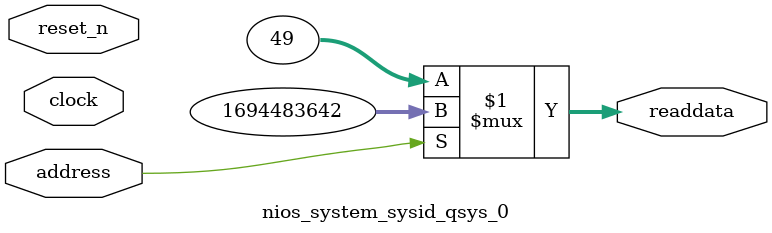
<source format=v>



// synthesis translate_off
`timescale 1ns / 1ps
// synthesis translate_on

// turn off superfluous verilog processor warnings 
// altera message_level Level1 
// altera message_off 10034 10035 10036 10037 10230 10240 10030 

module nios_system_sysid_qsys_0 (
               // inputs:
                address,
                clock,
                reset_n,

               // outputs:
                readdata
             )
;

  output  [ 31: 0] readdata;
  input            address;
  input            clock;
  input            reset_n;

  wire    [ 31: 0] readdata;
  //control_slave, which is an e_avalon_slave
  assign readdata = address ? 1694483642 : 49;

endmodule



</source>
